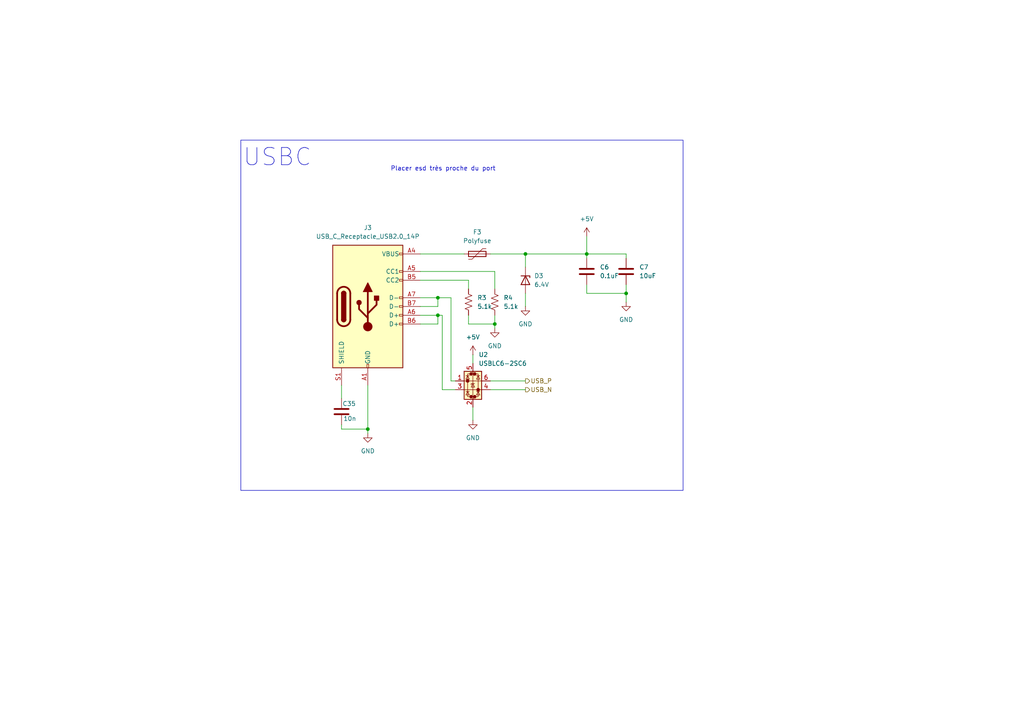
<source format=kicad_sch>
(kicad_sch (version 20250114) (generator "eeschema") (generator_version "9.0")
  (paper "A4")
  (lib_symbols
    (symbol "Connector:USB_C_Receptacle_USB2.0_14P" (pin_names (offset 1.016))
      (property "Reference" "J" (at 0 22.225 0))
      (property "Value" "USB_C_Receptacle_USB2.0_14P" (at 0 19.685 0))
      (symbol "USB_C_Receptacle_USB2.0_14P_0_0"
        (rectangle (start -0.254 -17.78) (end 0.254 -16.764))
        (rectangle (start 10.16 15.494) (end 9.144 14.986))
        (rectangle (start 10.16 10.414) (end 9.144 9.906))
        (rectangle (start 10.16 7.874) (end 9.144 7.366))
        (rectangle (start 10.16 2.794) (end 9.144 2.286))
        (rectangle (start 10.16 0.254) (end 9.144 -0.254))
        (rectangle (start 10.16 -2.286) (end 9.144 -2.794))
        (rectangle (start 10.16 -4.826) (end 9.144 -5.334))
      )
      (symbol "USB_C_Receptacle_USB2.0_14P_0_1"
        (rectangle (start -10.16 17.78) (end 10.16 -17.78) (stroke (width 0.254)) (fill (type background)))
        (polyline (pts (xy -8.89 -3.81) (xy -8.89 3.81)) (stroke (width 0.508)))
        (rectangle (start -7.62 -3.81) (end -6.35 3.81) (stroke (width 0.254)) (fill (type outline)))
        (arc (start -7.62 3.81) (mid -6.985 4.4423) (end -6.35 3.81) (stroke (width 0.254)))
        (arc (start -7.62 3.81) (mid -6.985 4.4423) (end -6.35 3.81) (stroke (width 0.254)) (fill (type outline)))
        (arc (start -8.89 3.81) (mid -6.985 5.7067) (end -5.08 3.81) (stroke (width 0.508)))
        (arc (start -5.08 -3.81) (mid -6.985 -5.7067) (end -8.89 -3.81) (stroke (width 0.508)))
        (arc (start -6.35 -3.81) (mid -6.985 -4.4423) (end -7.62 -3.81) (stroke (width 0.254)))
        (arc (start -6.35 -3.81) (mid -6.985 -4.4423) (end -7.62 -3.81) (stroke (width 0.254)) (fill (type outline)))
        (polyline (pts (xy -5.08 3.81) (xy -5.08 -3.81)) (stroke (width 0.508)))
        (circle (center -2.54 1.143) (radius 0.635) (stroke (width 0.254)) (fill (type outline)))
        (polyline (pts (xy -1.27 4.318) (xy 0 6.858) (xy 1.27 4.318) (xy -1.27 4.318)) (stroke (width 0.254)) (fill (type outline)))
        (polyline (pts (xy 0 -2.032) (xy 2.54 0.508) (xy 2.54 1.778)) (stroke (width 0.508)))
        (polyline (pts (xy 0 -3.302) (xy -2.54 -0.762) (xy -2.54 0.508)) (stroke (width 0.508)))
        (polyline (pts (xy 0 -5.842) (xy 0 4.318)) (stroke (width 0.508)))
        (circle (center 0 -5.842) (radius 1.27) (fill (type outline)))
        (rectangle (start 1.905 1.778) (end 3.175 3.048) (stroke (width 0.254)) (fill (type outline)))
      )
      (symbol "USB_C_Receptacle_USB2.0_14P_1_1"
        (pin passive line (at -7.62 -22.86 90) (length 5.08) (name "SHIELD") (number "S1"))
        (pin passive line (at 0 -22.86 90) (length 5.08) (name "GND") (number "A1"))
        (pin passive line (at 0 -22.86 90) (length 5.08) (hide yes) (name "GND") (number "A12"))
        (pin passive line (at 0 -22.86 90) (length 5.08) (hide yes) (name "GND") (number "B1"))
        (pin passive line (at 0 -22.86 90) (length 5.08) (hide yes) (name "GND") (number "B12"))
        (pin passive line (at 15.24 15.24 180) (length 5.08) (name "VBUS") (number "A4"))
        (pin passive line (at 15.24 15.24 180) (length 5.08) (hide yes) (name "VBUS") (number "A9"))
        (pin passive line (at 15.24 15.24 180) (length 5.08) (hide yes) (name "VBUS") (number "B4"))
        (pin passive line (at 15.24 15.24 180) (length 5.08) (hide yes) (name "VBUS") (number "B9"))
        (pin bidirectional line (at 15.24 10.16 180) (length 5.08) (name "CC1") (number "A5"))
        (pin bidirectional line (at 15.24 7.62 180) (length 5.08) (name "CC2") (number "B5"))
        (pin bidirectional line (at 15.24 2.54 180) (length 5.08) (name "D-") (number "A7"))
        (pin bidirectional line (at 15.24 0 180) (length 5.08) (name "D-") (number "B7"))
        (pin bidirectional line (at 15.24 -2.54 180) (length 5.08) (name "D+") (number "A6"))
        (pin bidirectional line (at 15.24 -5.08 180) (length 5.08) (name "D+") (number "B6"))
      )
    )
    (symbol "Device:C" (pin_numbers (hide yes)) (pin_names (offset 0.254))
      (property "Reference" "C" (at 0.635 2.54 0))
      (property "Value" "C" (at 0.635 -2.54 0))
      (symbol "C_0_1"
        (polyline (pts (xy -2.032 0.762) (xy 2.032 0.762)) (stroke (width 0.508)))
        (polyline (pts (xy -2.032 -0.762) (xy 2.032 -0.762)) (stroke (width 0.508)))
      )
      (symbol "C_1_1"
        (pin passive line (at 0 3.81 270) (length 2.794) (name "~") (number "1"))
        (pin passive line (at 0 -3.81 90) (length 2.794) (name "~") (number "2"))
      )
    )
    (symbol "Device:D_Zener" (pin_numbers (hide yes)) (pin_names (offset 1.016) (hide yes))
      (property "Reference" "D" (at 0 2.54 0))
      (property "Value" "D_Zener" (at 0 -2.54 0))
      (symbol "D_Zener_0_1"
        (polyline (pts (xy -1.27 -1.27) (xy -1.27 1.27) (xy -0.762 1.27)) (stroke (width 0.254)))
        (polyline (pts (xy 1.27 0) (xy -1.27 0)))
        (polyline (pts (xy 1.27 -1.27) (xy 1.27 1.27) (xy -1.27 0) (xy 1.27 -1.27)) (stroke (width 0.254)))
      )
      (symbol "D_Zener_1_1"
        (pin passive line (at -3.81 0 0) (length 2.54) (name "K") (number "1"))
        (pin passive line (at 3.81 0 180) (length 2.54) (name "A") (number "2"))
      )
    )
    (symbol "Device:Polyfuse" (pin_numbers (hide yes)) (pin_names (offset 0))
      (property "Reference" "F" (at -2.54 0 90))
      (property "Value" "Polyfuse" (at 2.54 0 90))
      (symbol "Polyfuse_0_1"
        (polyline (pts (xy -1.524 2.54) (xy -1.524 1.524) (xy 1.524 -1.524) (xy 1.524 -2.54)))
        (rectangle (start -0.762 2.54) (end 0.762 -2.54) (stroke (width 0.254)))
        (polyline (pts (xy 0 2.54) (xy 0 -2.54)))
      )
      (symbol "Polyfuse_1_1"
        (pin passive line (at 0 3.81 270) (length 1.27) (name "~") (number "1"))
        (pin passive line (at 0 -3.81 90) (length 1.27) (name "~") (number "2"))
      )
    )
    (symbol "Device:R_US" (pin_numbers (hide yes)) (pin_names (offset 0))
      (property "Reference" "R" (at 2.54 0 90))
      (property "Value" "R_US" (at -2.54 0 90))
      (symbol "R_US_0_1"
        (polyline (pts (xy 0 2.286) (xy 0 2.54)))
        (polyline (pts (xy 0 2.286) (xy 1.016 1.905) (xy 0 1.524) (xy -1.016 1.143) (xy 0 0.762)))
        (polyline (pts (xy 0 0.762) (xy 1.016 0.381) (xy 0 0) (xy -1.016 -0.381) (xy 0 -0.762)))
        (polyline (pts (xy 0 -0.762) (xy 1.016 -1.143) (xy 0 -1.524) (xy -1.016 -1.905) (xy 0 -2.286)))
        (polyline (pts (xy 0 -2.286) (xy 0 -2.54)))
      )
      (symbol "R_US_1_1"
        (pin passive line (at 0 3.81 270) (length 1.27) (name "~") (number "1"))
        (pin passive line (at 0 -3.81 90) (length 1.27) (name "~") (number "2"))
      )
    )
    (symbol "Power_Protection:USBLC6-2SC6" (pin_names (hide yes))
      (property "Reference" "U" (at 0.635 5.715 0))
      (property "Value" "USBLC6-2SC6" (at 0.635 3.81 0))
      (symbol "USBLC6-2SC6_0_0"
        (circle (center -1.524 0) (radius 0.0001) (stroke (width 0.508)))
        (circle (center -0.508 2.032) (radius 0.0001) (stroke (width 0.508)))
        (circle (center -0.508 -4.572) (radius 0.0001) (stroke (width 0.508)))
        (circle (center 0.508 2.032) (radius 0.0001) (stroke (width 0.508)))
        (circle (center 0.508 -4.572) (radius 0.0001) (stroke (width 0.508)))
        (circle (center 1.524 -2.54) (radius 0.0001) (stroke (width 0.508)))
      )
      (symbol "USBLC6-2SC6_0_1"
        (polyline (pts (xy -2.54 0) (xy 2.54 0)))
        (polyline (pts (xy -2.54 -2.54) (xy 2.54 -2.54)))
        (polyline (pts (xy -2.032 0.508) (xy -1.016 0.508) (xy -1.524 1.524) (xy -2.032 0.508)))
        (polyline (pts (xy -2.032 -3.048) (xy -1.016 -3.048)))
        (polyline (pts (xy -1.016 1.524) (xy -2.032 1.524)))
        (polyline (pts (xy -1.016 -4.064) (xy -2.032 -4.064) (xy -1.524 -3.048) (xy -1.016 -4.064)))
        (polyline (pts (xy -0.508 -1.143) (xy -0.508 -0.762) (xy 0.508 -0.762)))
        (polyline (pts (xy 0 2.54) (xy -0.508 2.032) (xy 0.508 2.032) (xy 0 1.524) (xy 0 -4.064) (xy -0.508 -4.572) (xy 0.508 -4.572) (xy 0 -5.08)))
        (polyline (pts (xy 0.508 -1.778) (xy -0.508 -1.778) (xy 0 -0.762) (xy 0.508 -1.778)))
        (polyline (pts (xy 1.016 1.524) (xy 2.032 1.524)))
        (polyline (pts (xy 1.016 -3.048) (xy 2.032 -3.048)))
        (polyline (pts (xy 2.032 0.508) (xy 1.016 0.508) (xy 1.524 1.524) (xy 2.032 0.508)))
        (polyline (pts (xy 2.032 -4.064) (xy 1.016 -4.064) (xy 1.524 -3.048) (xy 2.032 -4.064)))
      )
      (symbol "USBLC6-2SC6_1_1"
        (rectangle (start -2.54 2.794) (end 2.54 -5.334) (stroke (width 0.254)) (fill (type background)))
        (polyline (pts (xy -0.508 2.032) (xy -1.524 2.032) (xy -1.524 -4.572) (xy -0.508 -4.572)))
        (polyline (pts (xy 0.508 -4.572) (xy 1.524 -4.572) (xy 1.524 2.032) (xy 0.508 2.032)))
        (pin passive line (at -5.08 0 0) (length 2.54) (name "I/O1") (number "1"))
        (pin passive line (at -5.08 -2.54 0) (length 2.54) (name "I/O2") (number "3"))
        (pin passive line (at 0 5.08 270) (length 2.54) (name "VBUS") (number "5"))
        (pin passive line (at 0 -7.62 90) (length 2.54) (name "GND") (number "2"))
        (pin passive line (at 5.08 0 180) (length 2.54) (name "I/O1") (number "6"))
        (pin passive line (at 5.08 -2.54 180) (length 2.54) (name "I/O2") (number "4"))
      )
    )
    (symbol "power:+5V" (power) (pin_numbers (hide yes)) (pin_names (offset 0) (hide yes))
      (property "Value" "+5V" (at 0 3.556 0))
      (symbol "+5V_0_1"
        (polyline (pts (xy -0.762 1.27) (xy 0 2.54)))
        (polyline (pts (xy 0 2.54) (xy 0.762 1.27)))
        (polyline (pts (xy 0 0) (xy 0 2.54)))
      )
      (symbol "+5V_1_1"
        (pin power_in line (at 0 0 90) (length 0) (name "~") (number "1"))
      )
    )
    (symbol "power:GND" (power) (pin_numbers (hide yes)) (pin_names (offset 0) (hide yes))
      (property "Value" "GND" (at 0 -3.81 0))
      (symbol "GND_0_1"
        (polyline (pts (xy 0 0) (xy 0 -1.27) (xy 1.27 -1.27) (xy 0 -2.54) (xy -1.27 -1.27) (xy 0 -1.27)))
      )
      (symbol "GND_1_1"
        (pin power_in line (at 0 0 270) (length 0) (name "~") (number "1"))
      )
    )
  )
  (rectangle (start 69.85 40.64) (end 198.12 142.24))
  (text "Placer esd très proche du port\n" (at 128.524 49.022 0) (effects (font (size 1.27 1.27))))
  (text "USBC\n" (at 70.358 45.72 0) (effects (font (size 5 5)) (justify left)))
  (junction (at 143.51 93.98))
  (junction (at 170.18 73.66))
  (junction (at 181.61 85.09))
  (junction (at 127 86.36))
  (junction (at 152.4 73.66))
  (junction (at 127 91.44))
  (junction (at 106.68 124.46))
  (wire (pts (xy 127 88.9) (xy 127 86.36)))
  (wire (pts (xy 121.92 81.28) (xy 135.89 81.28)))
  (wire (pts (xy 132.08 110.49) (xy 130.81 110.49)))
  (wire (pts (xy 130.81 86.36) (xy 127 86.36)))
  (wire (pts (xy 106.68 124.46) (xy 106.68 125.73)))
  (wire (pts (xy 137.16 118.11) (xy 137.16 121.92)))
  (wire (pts (xy 128.27 113.03) (xy 128.27 91.44)))
  (wire (pts (xy 152.4 85.09) (xy 152.4 88.9)))
  (wire (pts (xy 143.51 78.74) (xy 143.51 83.82)))
  (wire (pts (xy 152.4 73.66) (xy 152.4 77.47)))
  (wire (pts (xy 121.92 73.66) (xy 134.62 73.66)))
  (wire (pts (xy 170.18 85.09) (xy 181.61 85.09)))
  (wire (pts (xy 181.61 74.93) (xy 181.61 73.66)))
  (wire (pts (xy 170.18 68.58) (xy 170.18 73.66)))
  (wire (pts (xy 99.06 124.46) (xy 106.68 124.46)))
  (wire (pts (xy 132.08 113.03) (xy 128.27 113.03)))
  (wire (pts (xy 121.92 91.44) (xy 127 91.44)))
  (wire (pts (xy 135.89 81.28) (xy 135.89 83.82)))
  (wire (pts (xy 121.92 88.9) (xy 127 88.9)))
  (wire (pts (xy 143.51 91.44) (xy 143.51 93.98)))
  (wire (pts (xy 181.61 85.09) (xy 181.61 87.63)))
  (wire (pts (xy 128.27 91.44) (xy 127 91.44)))
  (wire (pts (xy 142.24 73.66) (xy 152.4 73.66)))
  (wire (pts (xy 142.24 110.49) (xy 152.4 110.49)))
  (wire (pts (xy 121.92 93.98) (xy 127 93.98)))
  (wire (pts (xy 170.18 82.55) (xy 170.18 85.09)))
  (wire (pts (xy 121.92 78.74) (xy 143.51 78.74)))
  (wire (pts (xy 135.89 93.98) (xy 143.51 93.98)))
  (wire (pts (xy 170.18 73.66) (xy 170.18 74.93)))
  (wire (pts (xy 137.16 102.87) (xy 137.16 105.41)))
  (wire (pts (xy 106.68 111.76) (xy 106.68 124.46)))
  (wire (pts (xy 152.4 73.66) (xy 170.18 73.66)))
  (wire (pts (xy 142.24 113.03) (xy 152.4 113.03)))
  (wire (pts (xy 127 91.44) (xy 127 93.98)))
  (wire (pts (xy 143.51 93.98) (xy 143.51 95.25)))
  (wire (pts (xy 99.06 124.46) (xy 99.06 123.19)))
  (wire (pts (xy 121.92 86.36) (xy 127 86.36)))
  (wire (pts (xy 99.06 111.76) (xy 99.06 115.57)))
  (wire (pts (xy 181.61 73.66) (xy 170.18 73.66)))
  (wire (pts (xy 181.61 82.55) (xy 181.61 85.09)))
  (wire (pts (xy 135.89 91.44) (xy 135.89 93.98)))
  (wire (pts (xy 130.81 110.49) (xy 130.81 86.36)))
  (hierarchical_label "USB_N" (shape output) (at 152.4 113.03 0))
  (hierarchical_label "USB_P" (shape output) (at 152.4 110.49 0))
  (symbol (lib_id "power:GND") (at 152.4 88.9 0) (unit 1)
    (property "Reference" "#PWR012" (effects (hide yes)))
    (property "Value" "GND" (at 152.4 93.98 0))
    (property "Description" "Power symbol creates a global label with name \"GND\" , ground" (effects (hide yes)))
  )
  (symbol (lib_id "power:GND") (at 181.61 87.63 0) (unit 1)
    (property "Reference" "#PWR011" (effects (hide yes)))
    (property "Value" "GND" (at 181.61 92.71 0))
    (property "Description" "Power symbol creates a global label with name \"GND\" , ground" (effects (hide yes)))
  )
  (symbol (lib_id "Device:R_US") (at 135.89 87.63 0) (unit 1)
    (property "Reference" "R3" (at 138.43 86.3599 0) (effects (justify left)))
    (property "Value" "5.1k" (at 138.43 88.8999 0) (effects (justify left)))
    (property "Footprint" "Resistor_SMD:R_0603_1608Metric_Pad0.98x0.95mm_HandSolder" (effects (hide yes)))
    (property "Description" "Resistor, US symbol" (effects (hide yes)))
  )
  (symbol (lib_id "Device:C") (at 181.61 78.74 0) (unit 1)
    (property "Reference" "C7" (at 185.42 77.4699 0) (effects (justify left)))
    (property "Value" "10uF" (at 185.42 80.0099 0) (effects (justify left)))
    (property "Footprint" "Capacitor_SMD:C_0603_1608Metric" (effects (hide yes)))
    (property "Description" "Unpolarized capacitor" (effects (hide yes)))
  )
  (symbol (lib_id "Device:Polyfuse") (at 138.43 73.66 90) (unit 1)
    (property "Reference" "F3" (at 138.43 67.31 90))
    (property "Value" "Polyfuse" (at 138.43 69.85 90))
    (property "Description" "Resettable fuse, polymeric positive temperature coefficient" (effects (hide yes)))
  )
  (symbol (lib_id "power:GND") (at 106.68 125.73 0) (unit 1)
    (property "Reference" "#PWR014" (effects (hide yes)))
    (property "Value" "GND" (at 106.68 130.81 0))
    (property "Description" "Power symbol creates a global label with name \"GND\" , ground" (effects (hide yes)))
  )
  (symbol (lib_id "Device:D_Zener") (at 152.4 81.28 270) (unit 1)
    (property "Reference" "D3" (at 154.94 80.0099 90) (effects (justify left)))
    (property "Value" "6.4V" (at 154.94 82.5499 90) (effects (justify left)))
    (property "Description" "Zener diode" (effects (hide yes)))
  )
  (symbol (lib_id "Power_Protection:USBLC6-2SC6") (at 137.16 110.49 0) (unit 1)
    (property "Reference" "U2" (at 138.8111 102.87 0) (effects (justify left)))
    (property "Value" "USBLC6-2SC6" (at 138.8111 105.41 0) (effects (justify left)))
    (property "Footprint" "Package_TO_SOT_SMD:SOT-23-6" (effects (hide yes)))
    (property "Datasheet" "https://www.st.com/resource/en/datasheet/usblc6-2.pdf" (effects (hide yes)))
    (property "Description" "Very low capacitance ESD protection diode, 2 data-line, SOT-23-6" (effects (hide yes)))
  )
  (symbol (lib_id "Device:C") (at 170.18 78.74 0) (unit 1)
    (property "Reference" "C6" (at 173.99 77.4699 0) (effects (justify left)))
    (property "Value" "0.1uF" (at 173.99 80.0099 0) (effects (justify left)))
    (property "Footprint" "Capacitor_SMD:C_0603_1608Metric" (effects (hide yes)))
    (property "Description" "Unpolarized capacitor" (effects (hide yes)))
  )
  (symbol (lib_id "power:+5V") (at 170.18 68.58 0) (unit 1)
    (property "Reference" "#PWR010" (effects (hide yes)))
    (property "Value" "+5V" (at 170.18 63.5 0))
    (property "Description" "Power symbol creates a global label with name \"+5V\"" (effects (hide yes)))
  )
  (symbol (lib_id "Device:R_US") (at 143.51 87.63 0) (unit 1)
    (property "Reference" "R4" (at 146.05 86.3599 0) (effects (justify left)))
    (property "Value" "5.1k" (at 146.05 88.8999 0) (effects (justify left)))
    (property "Footprint" "Resistor_SMD:R_0603_1608Metric_Pad0.98x0.95mm_HandSolder" (effects (hide yes)))
    (property "Description" "Resistor, US symbol" (effects (hide yes)))
  )
  (symbol (lib_id "power:GND") (at 137.16 121.92 0) (unit 1)
    (property "Reference" "#PWR016" (effects (hide yes)))
    (property "Value" "GND" (at 137.16 127 0))
    (property "Description" "Power symbol creates a global label with name \"GND\" , ground" (effects (hide yes)))
  )
  (symbol (lib_id "power:GND") (at 143.51 95.25 0) (unit 1)
    (property "Reference" "#PWR013" (effects (hide yes)))
    (property "Value" "GND" (at 143.51 100.33 0))
    (property "Description" "Power symbol creates a global label with name \"GND\" , ground" (effects (hide yes)))
  )
  (symbol (lib_id "power:+5V") (at 137.16 102.87 0) (unit 1)
    (property "Reference" "#PWR015" (effects (hide yes)))
    (property "Value" "+5V" (at 137.16 97.79 0))
    (property "Description" "Power symbol creates a global label with name \"+5V\"" (effects (hide yes)))
  )
  (symbol (lib_id "Device:C") (at 99.06 119.38 0) (unit 1)
    (property "Reference" "C35" (at 99.314 117.094 0) (effects (justify left)))
    (property "Value" "10n" (at 99.568 121.412 0) (effects (justify left)))
    (property "Footprint" "Capacitor_SMD:C_0603_1608Metric" (effects (hide yes)))
    (property "Description" "Unpolarized capacitor" (effects (hide yes)))
  )
  (symbol (lib_id "Connector:USB_C_Receptacle_USB2.0_14P") (at 106.68 88.9 0) (unit 1)
    (property "Reference" "J3" (at 106.68 66.04 0))
    (property "Value" "USB_C_Receptacle_USB2.0_14P" (at 106.68 68.58 0))
    (property "Footprint" "Connector_USB:USB_C_Receptacle_Amphenol_12401548E4-2A_CircularHoles" (effects (hide yes)))
    (property "Datasheet" "https://www.usb.org/sites/default/files/documents/usb_type-c.zip" (effects (hide yes)))
    (property "Description" "USB 2.0-only 14P Type-C Receptacle connector" (effects (hide yes)))
  )
)
</source>
